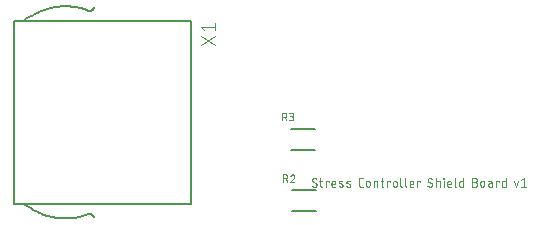
<source format=gbr>
G04 EAGLE Gerber X2 export*
%TF.Part,Single*%
%TF.FileFunction,Legend,Top,1*%
%TF.FilePolarity,Positive*%
%TF.GenerationSoftware,Autodesk,EAGLE,8.6.3*%
%TF.CreationDate,2019-03-24T10:24:13Z*%
G75*
%MOMM*%
%FSLAX34Y34*%
%LPD*%
%AMOC8*
5,1,8,0,0,1.08239X$1,22.5*%
G01*
%ADD10C,0.076200*%
%ADD11C,0.203200*%
%ADD12C,0.101600*%
%ADD13C,0.050800*%
%ADD14C,0.127000*%


D10*
X302836Y47573D02*
X302914Y47575D01*
X302992Y47580D01*
X303069Y47590D01*
X303146Y47603D01*
X303222Y47619D01*
X303297Y47639D01*
X303371Y47663D01*
X303444Y47690D01*
X303516Y47721D01*
X303586Y47755D01*
X303655Y47792D01*
X303721Y47833D01*
X303786Y47877D01*
X303848Y47923D01*
X303908Y47973D01*
X303966Y48025D01*
X304021Y48080D01*
X304073Y48138D01*
X304123Y48198D01*
X304169Y48260D01*
X304213Y48325D01*
X304254Y48392D01*
X304291Y48460D01*
X304325Y48530D01*
X304356Y48602D01*
X304383Y48675D01*
X304407Y48749D01*
X304427Y48824D01*
X304443Y48900D01*
X304456Y48977D01*
X304466Y49054D01*
X304471Y49132D01*
X304473Y49210D01*
X302836Y47573D02*
X302722Y47575D01*
X302609Y47580D01*
X302495Y47590D01*
X302382Y47603D01*
X302270Y47620D01*
X302158Y47640D01*
X302047Y47664D01*
X301936Y47692D01*
X301827Y47723D01*
X301719Y47758D01*
X301612Y47797D01*
X301506Y47839D01*
X301402Y47884D01*
X301299Y47933D01*
X301198Y47986D01*
X301099Y48041D01*
X301001Y48100D01*
X300906Y48162D01*
X300813Y48227D01*
X300721Y48295D01*
X300633Y48366D01*
X300546Y48440D01*
X300462Y48517D01*
X300381Y48596D01*
X300585Y53302D02*
X300587Y53380D01*
X300592Y53458D01*
X300602Y53535D01*
X300615Y53612D01*
X300631Y53688D01*
X300651Y53763D01*
X300675Y53837D01*
X300702Y53910D01*
X300733Y53982D01*
X300767Y54052D01*
X300804Y54121D01*
X300845Y54187D01*
X300889Y54252D01*
X300935Y54314D01*
X300985Y54374D01*
X301037Y54432D01*
X301092Y54487D01*
X301150Y54539D01*
X301210Y54589D01*
X301272Y54635D01*
X301337Y54679D01*
X301404Y54720D01*
X301472Y54757D01*
X301542Y54791D01*
X301614Y54822D01*
X301687Y54849D01*
X301761Y54873D01*
X301836Y54893D01*
X301912Y54909D01*
X301989Y54922D01*
X302066Y54932D01*
X302144Y54937D01*
X302222Y54939D01*
X302332Y54937D01*
X302441Y54931D01*
X302551Y54921D01*
X302659Y54908D01*
X302768Y54890D01*
X302875Y54869D01*
X302982Y54843D01*
X303088Y54814D01*
X303193Y54782D01*
X303296Y54745D01*
X303398Y54705D01*
X303499Y54661D01*
X303598Y54613D01*
X303695Y54563D01*
X303790Y54508D01*
X303883Y54450D01*
X303974Y54389D01*
X304063Y54325D01*
X301404Y51869D02*
X301337Y51911D01*
X301272Y51955D01*
X301210Y52003D01*
X301150Y52053D01*
X301092Y52106D01*
X301037Y52162D01*
X300985Y52221D01*
X300935Y52281D01*
X300888Y52345D01*
X300845Y52410D01*
X300804Y52477D01*
X300767Y52546D01*
X300733Y52617D01*
X300702Y52689D01*
X300675Y52763D01*
X300651Y52837D01*
X300631Y52913D01*
X300615Y52990D01*
X300602Y53067D01*
X300592Y53145D01*
X300587Y53224D01*
X300585Y53302D01*
X303655Y50642D02*
X303721Y50600D01*
X303786Y50556D01*
X303848Y50509D01*
X303908Y50458D01*
X303966Y50405D01*
X304021Y50349D01*
X304074Y50291D01*
X304123Y50230D01*
X304170Y50167D01*
X304213Y50102D01*
X304254Y50035D01*
X304291Y49966D01*
X304325Y49895D01*
X304356Y49823D01*
X304383Y49749D01*
X304407Y49674D01*
X304427Y49599D01*
X304443Y49522D01*
X304456Y49445D01*
X304466Y49367D01*
X304471Y49288D01*
X304473Y49210D01*
X303655Y50642D02*
X301404Y51870D01*
X306744Y52484D02*
X309199Y52484D01*
X307562Y54939D02*
X307562Y48801D01*
X307564Y48732D01*
X307570Y48664D01*
X307579Y48595D01*
X307593Y48528D01*
X307610Y48461D01*
X307631Y48395D01*
X307655Y48331D01*
X307684Y48268D01*
X307715Y48207D01*
X307750Y48148D01*
X307788Y48090D01*
X307830Y48035D01*
X307874Y47983D01*
X307922Y47933D01*
X307972Y47885D01*
X308024Y47841D01*
X308079Y47799D01*
X308137Y47761D01*
X308196Y47726D01*
X308257Y47695D01*
X308320Y47666D01*
X308384Y47642D01*
X308450Y47621D01*
X308517Y47604D01*
X308584Y47590D01*
X308653Y47581D01*
X308721Y47575D01*
X308790Y47573D01*
X309199Y47573D01*
X312297Y47573D02*
X312297Y52484D01*
X314752Y52484D01*
X314752Y51665D01*
X318355Y47573D02*
X320401Y47573D01*
X318355Y47573D02*
X318286Y47575D01*
X318218Y47581D01*
X318149Y47590D01*
X318082Y47604D01*
X318015Y47621D01*
X317949Y47642D01*
X317885Y47666D01*
X317822Y47695D01*
X317761Y47726D01*
X317702Y47761D01*
X317644Y47799D01*
X317589Y47841D01*
X317537Y47885D01*
X317487Y47933D01*
X317439Y47983D01*
X317395Y48035D01*
X317353Y48090D01*
X317315Y48148D01*
X317280Y48207D01*
X317249Y48268D01*
X317220Y48331D01*
X317196Y48395D01*
X317175Y48461D01*
X317158Y48528D01*
X317144Y48595D01*
X317135Y48664D01*
X317129Y48732D01*
X317127Y48801D01*
X317127Y50847D01*
X317129Y50926D01*
X317135Y51005D01*
X317144Y51084D01*
X317157Y51162D01*
X317175Y51239D01*
X317195Y51315D01*
X317220Y51390D01*
X317248Y51464D01*
X317279Y51537D01*
X317315Y51608D01*
X317353Y51677D01*
X317395Y51744D01*
X317440Y51809D01*
X317488Y51872D01*
X317539Y51933D01*
X317593Y51990D01*
X317649Y52046D01*
X317708Y52098D01*
X317770Y52148D01*
X317834Y52194D01*
X317900Y52238D01*
X317968Y52278D01*
X318038Y52314D01*
X318110Y52348D01*
X318184Y52378D01*
X318258Y52404D01*
X318334Y52427D01*
X318411Y52445D01*
X318488Y52461D01*
X318567Y52472D01*
X318645Y52480D01*
X318724Y52484D01*
X318804Y52484D01*
X318883Y52480D01*
X318961Y52472D01*
X319040Y52461D01*
X319117Y52445D01*
X319194Y52427D01*
X319270Y52404D01*
X319344Y52378D01*
X319418Y52348D01*
X319490Y52314D01*
X319560Y52278D01*
X319628Y52238D01*
X319694Y52194D01*
X319758Y52148D01*
X319820Y52098D01*
X319879Y52046D01*
X319935Y51990D01*
X319989Y51933D01*
X320040Y51872D01*
X320088Y51809D01*
X320133Y51744D01*
X320175Y51677D01*
X320213Y51608D01*
X320249Y51537D01*
X320280Y51464D01*
X320308Y51390D01*
X320333Y51315D01*
X320353Y51239D01*
X320371Y51162D01*
X320384Y51084D01*
X320393Y51005D01*
X320399Y50926D01*
X320401Y50847D01*
X320401Y50028D01*
X317127Y50028D01*
X324081Y50438D02*
X326127Y49619D01*
X324081Y50438D02*
X324022Y50463D01*
X323965Y50492D01*
X323910Y50525D01*
X323857Y50561D01*
X323806Y50599D01*
X323758Y50641D01*
X323712Y50686D01*
X323669Y50733D01*
X323629Y50783D01*
X323592Y50835D01*
X323558Y50890D01*
X323527Y50946D01*
X323500Y51004D01*
X323477Y51064D01*
X323457Y51124D01*
X323441Y51186D01*
X323428Y51249D01*
X323420Y51313D01*
X323415Y51376D01*
X323414Y51440D01*
X323417Y51504D01*
X323424Y51568D01*
X323435Y51631D01*
X323449Y51693D01*
X323467Y51755D01*
X323489Y51815D01*
X323514Y51874D01*
X323543Y51931D01*
X323576Y51986D01*
X323611Y52039D01*
X323650Y52090D01*
X323692Y52139D01*
X323736Y52185D01*
X323784Y52228D01*
X323833Y52268D01*
X323886Y52305D01*
X323940Y52339D01*
X323996Y52370D01*
X324054Y52397D01*
X324113Y52421D01*
X324174Y52440D01*
X324236Y52457D01*
X324299Y52469D01*
X324362Y52478D01*
X324426Y52483D01*
X324490Y52484D01*
X324626Y52480D01*
X324761Y52472D01*
X324897Y52460D01*
X325031Y52444D01*
X325166Y52424D01*
X325299Y52401D01*
X325432Y52373D01*
X325564Y52342D01*
X325695Y52307D01*
X325825Y52268D01*
X325954Y52225D01*
X326081Y52178D01*
X326207Y52128D01*
X326332Y52074D01*
X326127Y49619D02*
X326186Y49594D01*
X326243Y49565D01*
X326298Y49532D01*
X326351Y49496D01*
X326402Y49458D01*
X326450Y49416D01*
X326496Y49371D01*
X326539Y49324D01*
X326579Y49274D01*
X326616Y49222D01*
X326650Y49167D01*
X326681Y49111D01*
X326708Y49053D01*
X326731Y48993D01*
X326751Y48933D01*
X326767Y48871D01*
X326780Y48808D01*
X326788Y48744D01*
X326793Y48681D01*
X326794Y48617D01*
X326791Y48553D01*
X326784Y48489D01*
X326773Y48426D01*
X326759Y48364D01*
X326741Y48302D01*
X326719Y48242D01*
X326694Y48183D01*
X326665Y48126D01*
X326632Y48071D01*
X326597Y48018D01*
X326558Y47967D01*
X326516Y47918D01*
X326472Y47872D01*
X326424Y47829D01*
X326375Y47789D01*
X326322Y47752D01*
X326268Y47718D01*
X326212Y47687D01*
X326154Y47660D01*
X326095Y47636D01*
X326034Y47617D01*
X325972Y47600D01*
X325909Y47588D01*
X325846Y47579D01*
X325782Y47574D01*
X325718Y47573D01*
X325554Y47577D01*
X325390Y47585D01*
X325226Y47597D01*
X325063Y47613D01*
X324900Y47633D01*
X324737Y47656D01*
X324576Y47684D01*
X324414Y47715D01*
X324254Y47750D01*
X324095Y47789D01*
X323936Y47832D01*
X323779Y47878D01*
X323622Y47928D01*
X323467Y47982D01*
X330421Y50438D02*
X332467Y49619D01*
X330421Y50438D02*
X330362Y50463D01*
X330305Y50492D01*
X330250Y50525D01*
X330197Y50561D01*
X330146Y50599D01*
X330098Y50641D01*
X330052Y50686D01*
X330009Y50733D01*
X329969Y50783D01*
X329932Y50835D01*
X329898Y50890D01*
X329867Y50946D01*
X329840Y51004D01*
X329817Y51064D01*
X329797Y51124D01*
X329781Y51186D01*
X329768Y51249D01*
X329760Y51313D01*
X329755Y51376D01*
X329754Y51440D01*
X329757Y51504D01*
X329764Y51568D01*
X329775Y51631D01*
X329789Y51693D01*
X329807Y51755D01*
X329829Y51815D01*
X329854Y51874D01*
X329883Y51931D01*
X329916Y51986D01*
X329951Y52039D01*
X329990Y52090D01*
X330032Y52139D01*
X330076Y52185D01*
X330124Y52228D01*
X330173Y52268D01*
X330226Y52305D01*
X330280Y52339D01*
X330336Y52370D01*
X330394Y52397D01*
X330453Y52421D01*
X330514Y52440D01*
X330576Y52457D01*
X330639Y52469D01*
X330702Y52478D01*
X330766Y52483D01*
X330830Y52484D01*
X330966Y52480D01*
X331101Y52472D01*
X331237Y52460D01*
X331371Y52444D01*
X331506Y52424D01*
X331639Y52401D01*
X331772Y52373D01*
X331904Y52342D01*
X332035Y52307D01*
X332165Y52268D01*
X332294Y52225D01*
X332421Y52178D01*
X332547Y52128D01*
X332672Y52074D01*
X332467Y49619D02*
X332526Y49594D01*
X332583Y49565D01*
X332638Y49532D01*
X332691Y49496D01*
X332742Y49458D01*
X332790Y49416D01*
X332836Y49371D01*
X332879Y49324D01*
X332919Y49274D01*
X332956Y49222D01*
X332990Y49167D01*
X333021Y49111D01*
X333048Y49053D01*
X333071Y48993D01*
X333091Y48933D01*
X333107Y48871D01*
X333120Y48808D01*
X333128Y48744D01*
X333133Y48681D01*
X333134Y48617D01*
X333131Y48553D01*
X333124Y48489D01*
X333113Y48426D01*
X333099Y48364D01*
X333081Y48302D01*
X333059Y48242D01*
X333034Y48183D01*
X333005Y48126D01*
X332972Y48071D01*
X332937Y48018D01*
X332898Y47967D01*
X332856Y47918D01*
X332812Y47872D01*
X332764Y47829D01*
X332715Y47789D01*
X332662Y47752D01*
X332608Y47718D01*
X332552Y47687D01*
X332494Y47660D01*
X332435Y47636D01*
X332374Y47617D01*
X332312Y47600D01*
X332249Y47588D01*
X332186Y47579D01*
X332122Y47574D01*
X332058Y47573D01*
X331894Y47577D01*
X331730Y47585D01*
X331566Y47597D01*
X331403Y47613D01*
X331240Y47633D01*
X331077Y47656D01*
X330916Y47684D01*
X330754Y47715D01*
X330594Y47750D01*
X330435Y47789D01*
X330276Y47832D01*
X330119Y47878D01*
X329962Y47928D01*
X329807Y47982D01*
X341741Y47573D02*
X343377Y47573D01*
X341741Y47573D02*
X341663Y47575D01*
X341585Y47580D01*
X341508Y47590D01*
X341431Y47603D01*
X341355Y47619D01*
X341280Y47639D01*
X341206Y47663D01*
X341133Y47690D01*
X341061Y47721D01*
X340991Y47755D01*
X340923Y47792D01*
X340856Y47833D01*
X340791Y47877D01*
X340729Y47923D01*
X340669Y47973D01*
X340611Y48025D01*
X340556Y48080D01*
X340504Y48138D01*
X340454Y48198D01*
X340408Y48260D01*
X340364Y48325D01*
X340323Y48392D01*
X340286Y48460D01*
X340252Y48530D01*
X340221Y48602D01*
X340194Y48675D01*
X340170Y48749D01*
X340150Y48824D01*
X340134Y48900D01*
X340121Y48977D01*
X340111Y49054D01*
X340106Y49132D01*
X340104Y49210D01*
X340104Y53302D01*
X340106Y53382D01*
X340112Y53462D01*
X340122Y53542D01*
X340135Y53621D01*
X340153Y53700D01*
X340174Y53777D01*
X340200Y53853D01*
X340229Y53928D01*
X340261Y54002D01*
X340297Y54074D01*
X340337Y54144D01*
X340380Y54211D01*
X340426Y54277D01*
X340476Y54340D01*
X340528Y54401D01*
X340583Y54460D01*
X340642Y54515D01*
X340702Y54567D01*
X340766Y54617D01*
X340832Y54663D01*
X340899Y54706D01*
X340969Y54746D01*
X341041Y54782D01*
X341115Y54814D01*
X341189Y54843D01*
X341266Y54869D01*
X341343Y54890D01*
X341422Y54908D01*
X341501Y54921D01*
X341581Y54931D01*
X341661Y54937D01*
X341741Y54939D01*
X343377Y54939D01*
X346144Y50847D02*
X346144Y49210D01*
X346144Y50847D02*
X346146Y50926D01*
X346152Y51005D01*
X346161Y51084D01*
X346174Y51162D01*
X346192Y51239D01*
X346212Y51315D01*
X346237Y51390D01*
X346265Y51464D01*
X346296Y51537D01*
X346332Y51608D01*
X346370Y51677D01*
X346412Y51744D01*
X346457Y51809D01*
X346505Y51872D01*
X346556Y51933D01*
X346610Y51990D01*
X346666Y52046D01*
X346725Y52098D01*
X346787Y52148D01*
X346851Y52194D01*
X346917Y52238D01*
X346985Y52278D01*
X347055Y52314D01*
X347127Y52348D01*
X347201Y52378D01*
X347275Y52404D01*
X347351Y52427D01*
X347428Y52445D01*
X347505Y52461D01*
X347584Y52472D01*
X347662Y52480D01*
X347741Y52484D01*
X347821Y52484D01*
X347900Y52480D01*
X347978Y52472D01*
X348057Y52461D01*
X348134Y52445D01*
X348211Y52427D01*
X348287Y52404D01*
X348361Y52378D01*
X348435Y52348D01*
X348507Y52314D01*
X348577Y52278D01*
X348645Y52238D01*
X348711Y52194D01*
X348775Y52148D01*
X348837Y52098D01*
X348896Y52046D01*
X348952Y51990D01*
X349006Y51933D01*
X349057Y51872D01*
X349105Y51809D01*
X349150Y51744D01*
X349192Y51677D01*
X349230Y51608D01*
X349266Y51537D01*
X349297Y51464D01*
X349325Y51390D01*
X349350Y51315D01*
X349370Y51239D01*
X349388Y51162D01*
X349401Y51084D01*
X349410Y51005D01*
X349416Y50926D01*
X349418Y50847D01*
X349418Y49210D01*
X349416Y49131D01*
X349410Y49052D01*
X349401Y48973D01*
X349388Y48895D01*
X349370Y48818D01*
X349350Y48742D01*
X349325Y48667D01*
X349297Y48593D01*
X349266Y48520D01*
X349230Y48449D01*
X349192Y48380D01*
X349150Y48313D01*
X349105Y48248D01*
X349057Y48185D01*
X349006Y48124D01*
X348952Y48067D01*
X348896Y48011D01*
X348837Y47959D01*
X348775Y47909D01*
X348711Y47863D01*
X348645Y47819D01*
X348577Y47779D01*
X348507Y47743D01*
X348435Y47709D01*
X348361Y47679D01*
X348287Y47653D01*
X348211Y47630D01*
X348134Y47612D01*
X348057Y47596D01*
X347978Y47585D01*
X347900Y47577D01*
X347821Y47573D01*
X347741Y47573D01*
X347662Y47577D01*
X347584Y47585D01*
X347505Y47596D01*
X347428Y47612D01*
X347351Y47630D01*
X347275Y47653D01*
X347201Y47679D01*
X347127Y47709D01*
X347055Y47743D01*
X346985Y47779D01*
X346917Y47819D01*
X346851Y47863D01*
X346787Y47909D01*
X346725Y47959D01*
X346666Y48011D01*
X346610Y48067D01*
X346556Y48124D01*
X346505Y48185D01*
X346457Y48248D01*
X346412Y48313D01*
X346370Y48380D01*
X346332Y48449D01*
X346296Y48520D01*
X346265Y48593D01*
X346237Y48667D01*
X346212Y48742D01*
X346192Y48818D01*
X346174Y48895D01*
X346161Y48973D01*
X346152Y49052D01*
X346146Y49131D01*
X346144Y49210D01*
X352728Y47573D02*
X352728Y52484D01*
X354774Y52484D01*
X354843Y52482D01*
X354911Y52476D01*
X354980Y52467D01*
X355047Y52453D01*
X355114Y52436D01*
X355180Y52415D01*
X355244Y52391D01*
X355307Y52362D01*
X355368Y52331D01*
X355427Y52296D01*
X355485Y52258D01*
X355540Y52216D01*
X355592Y52172D01*
X355642Y52124D01*
X355690Y52074D01*
X355734Y52022D01*
X355776Y51967D01*
X355814Y51909D01*
X355849Y51850D01*
X355880Y51789D01*
X355909Y51726D01*
X355933Y51662D01*
X355954Y51596D01*
X355971Y51529D01*
X355985Y51462D01*
X355994Y51393D01*
X356000Y51325D01*
X356002Y51256D01*
X356002Y47573D01*
X358681Y52484D02*
X361137Y52484D01*
X359500Y54939D02*
X359500Y48801D01*
X359499Y48801D02*
X359501Y48732D01*
X359507Y48664D01*
X359516Y48595D01*
X359530Y48528D01*
X359547Y48461D01*
X359568Y48395D01*
X359592Y48331D01*
X359621Y48268D01*
X359652Y48207D01*
X359687Y48148D01*
X359725Y48090D01*
X359767Y48035D01*
X359811Y47983D01*
X359859Y47933D01*
X359909Y47885D01*
X359961Y47841D01*
X360016Y47799D01*
X360074Y47761D01*
X360133Y47726D01*
X360194Y47695D01*
X360257Y47666D01*
X360321Y47642D01*
X360387Y47621D01*
X360454Y47604D01*
X360521Y47590D01*
X360590Y47581D01*
X360658Y47575D01*
X360727Y47573D01*
X361137Y47573D01*
X364234Y47573D02*
X364234Y52484D01*
X366690Y52484D01*
X366690Y51665D01*
X369065Y50847D02*
X369065Y49210D01*
X369065Y50847D02*
X369067Y50926D01*
X369073Y51005D01*
X369082Y51084D01*
X369095Y51162D01*
X369113Y51239D01*
X369133Y51315D01*
X369158Y51390D01*
X369186Y51464D01*
X369217Y51537D01*
X369253Y51608D01*
X369291Y51677D01*
X369333Y51744D01*
X369378Y51809D01*
X369426Y51872D01*
X369477Y51933D01*
X369531Y51990D01*
X369587Y52046D01*
X369646Y52098D01*
X369708Y52148D01*
X369772Y52194D01*
X369838Y52238D01*
X369906Y52278D01*
X369976Y52314D01*
X370048Y52348D01*
X370122Y52378D01*
X370196Y52404D01*
X370272Y52427D01*
X370349Y52445D01*
X370426Y52461D01*
X370505Y52472D01*
X370583Y52480D01*
X370662Y52484D01*
X370742Y52484D01*
X370821Y52480D01*
X370899Y52472D01*
X370978Y52461D01*
X371055Y52445D01*
X371132Y52427D01*
X371208Y52404D01*
X371282Y52378D01*
X371356Y52348D01*
X371428Y52314D01*
X371498Y52278D01*
X371566Y52238D01*
X371632Y52194D01*
X371696Y52148D01*
X371758Y52098D01*
X371817Y52046D01*
X371873Y51990D01*
X371927Y51933D01*
X371978Y51872D01*
X372026Y51809D01*
X372071Y51744D01*
X372113Y51677D01*
X372151Y51608D01*
X372187Y51537D01*
X372218Y51464D01*
X372246Y51390D01*
X372271Y51315D01*
X372291Y51239D01*
X372309Y51162D01*
X372322Y51084D01*
X372331Y51005D01*
X372337Y50926D01*
X372339Y50847D01*
X372339Y49210D01*
X372337Y49131D01*
X372331Y49052D01*
X372322Y48973D01*
X372309Y48895D01*
X372291Y48818D01*
X372271Y48742D01*
X372246Y48667D01*
X372218Y48593D01*
X372187Y48520D01*
X372151Y48449D01*
X372113Y48380D01*
X372071Y48313D01*
X372026Y48248D01*
X371978Y48185D01*
X371927Y48124D01*
X371873Y48067D01*
X371817Y48011D01*
X371758Y47959D01*
X371696Y47909D01*
X371632Y47863D01*
X371566Y47819D01*
X371498Y47779D01*
X371428Y47743D01*
X371356Y47709D01*
X371282Y47679D01*
X371208Y47653D01*
X371132Y47630D01*
X371055Y47612D01*
X370978Y47596D01*
X370899Y47585D01*
X370821Y47577D01*
X370742Y47573D01*
X370662Y47573D01*
X370583Y47577D01*
X370505Y47585D01*
X370426Y47596D01*
X370349Y47612D01*
X370272Y47630D01*
X370196Y47653D01*
X370122Y47679D01*
X370048Y47709D01*
X369976Y47743D01*
X369906Y47779D01*
X369838Y47819D01*
X369772Y47863D01*
X369708Y47909D01*
X369646Y47959D01*
X369587Y48011D01*
X369531Y48067D01*
X369477Y48124D01*
X369426Y48185D01*
X369378Y48248D01*
X369333Y48313D01*
X369291Y48380D01*
X369253Y48449D01*
X369217Y48520D01*
X369186Y48593D01*
X369158Y48667D01*
X369133Y48742D01*
X369113Y48818D01*
X369095Y48895D01*
X369082Y48973D01*
X369073Y49052D01*
X369067Y49131D01*
X369065Y49210D01*
X375488Y48801D02*
X375488Y54939D01*
X375488Y48801D02*
X375490Y48732D01*
X375496Y48664D01*
X375505Y48595D01*
X375519Y48528D01*
X375536Y48461D01*
X375557Y48395D01*
X375581Y48331D01*
X375610Y48268D01*
X375641Y48207D01*
X375676Y48148D01*
X375714Y48090D01*
X375756Y48035D01*
X375800Y47983D01*
X375848Y47933D01*
X375898Y47885D01*
X375950Y47841D01*
X376005Y47799D01*
X376063Y47761D01*
X376122Y47726D01*
X376183Y47695D01*
X376246Y47666D01*
X376310Y47642D01*
X376376Y47621D01*
X376443Y47604D01*
X376510Y47590D01*
X376579Y47581D01*
X376647Y47575D01*
X376716Y47573D01*
X379389Y48801D02*
X379389Y54939D01*
X379389Y48801D02*
X379391Y48732D01*
X379397Y48664D01*
X379406Y48595D01*
X379420Y48528D01*
X379437Y48461D01*
X379458Y48395D01*
X379482Y48331D01*
X379511Y48268D01*
X379542Y48207D01*
X379577Y48148D01*
X379615Y48090D01*
X379657Y48035D01*
X379701Y47983D01*
X379749Y47933D01*
X379799Y47885D01*
X379851Y47841D01*
X379906Y47799D01*
X379964Y47761D01*
X380023Y47726D01*
X380084Y47695D01*
X380147Y47666D01*
X380211Y47642D01*
X380277Y47621D01*
X380344Y47604D01*
X380411Y47590D01*
X380480Y47581D01*
X380548Y47575D01*
X380617Y47573D01*
X384435Y47573D02*
X386481Y47573D01*
X384435Y47573D02*
X384366Y47575D01*
X384298Y47581D01*
X384229Y47590D01*
X384162Y47604D01*
X384095Y47621D01*
X384029Y47642D01*
X383965Y47666D01*
X383902Y47695D01*
X383841Y47726D01*
X383782Y47761D01*
X383724Y47799D01*
X383669Y47841D01*
X383617Y47885D01*
X383567Y47933D01*
X383519Y47983D01*
X383475Y48035D01*
X383433Y48090D01*
X383395Y48148D01*
X383360Y48207D01*
X383329Y48268D01*
X383300Y48331D01*
X383276Y48395D01*
X383255Y48461D01*
X383238Y48528D01*
X383224Y48595D01*
X383215Y48664D01*
X383209Y48732D01*
X383207Y48801D01*
X383208Y48801D02*
X383208Y50847D01*
X383210Y50926D01*
X383216Y51005D01*
X383225Y51084D01*
X383238Y51162D01*
X383256Y51239D01*
X383276Y51315D01*
X383301Y51390D01*
X383329Y51464D01*
X383360Y51537D01*
X383396Y51608D01*
X383434Y51677D01*
X383476Y51744D01*
X383521Y51809D01*
X383569Y51872D01*
X383620Y51933D01*
X383674Y51990D01*
X383730Y52046D01*
X383789Y52098D01*
X383851Y52148D01*
X383915Y52194D01*
X383981Y52238D01*
X384049Y52278D01*
X384119Y52314D01*
X384191Y52348D01*
X384265Y52378D01*
X384339Y52404D01*
X384415Y52427D01*
X384492Y52445D01*
X384569Y52461D01*
X384648Y52472D01*
X384726Y52480D01*
X384805Y52484D01*
X384885Y52484D01*
X384964Y52480D01*
X385042Y52472D01*
X385121Y52461D01*
X385198Y52445D01*
X385275Y52427D01*
X385351Y52404D01*
X385425Y52378D01*
X385499Y52348D01*
X385571Y52314D01*
X385641Y52278D01*
X385709Y52238D01*
X385775Y52194D01*
X385839Y52148D01*
X385901Y52098D01*
X385960Y52046D01*
X386016Y51990D01*
X386070Y51933D01*
X386121Y51872D01*
X386169Y51809D01*
X386214Y51744D01*
X386256Y51677D01*
X386294Y51608D01*
X386330Y51537D01*
X386361Y51464D01*
X386389Y51390D01*
X386414Y51315D01*
X386434Y51239D01*
X386452Y51162D01*
X386465Y51084D01*
X386474Y51005D01*
X386480Y50926D01*
X386482Y50847D01*
X386481Y50847D02*
X386481Y50028D01*
X383208Y50028D01*
X389837Y47573D02*
X389837Y52484D01*
X392293Y52484D01*
X392293Y51665D01*
X400859Y47573D02*
X400937Y47575D01*
X401015Y47580D01*
X401092Y47590D01*
X401169Y47603D01*
X401245Y47619D01*
X401320Y47639D01*
X401394Y47663D01*
X401467Y47690D01*
X401539Y47721D01*
X401609Y47755D01*
X401678Y47792D01*
X401744Y47833D01*
X401809Y47877D01*
X401871Y47923D01*
X401931Y47973D01*
X401989Y48025D01*
X402044Y48080D01*
X402096Y48138D01*
X402146Y48198D01*
X402192Y48260D01*
X402236Y48325D01*
X402277Y48392D01*
X402314Y48460D01*
X402348Y48530D01*
X402379Y48602D01*
X402406Y48675D01*
X402430Y48749D01*
X402450Y48824D01*
X402466Y48900D01*
X402479Y48977D01*
X402489Y49054D01*
X402494Y49132D01*
X402496Y49210D01*
X400859Y47573D02*
X400745Y47575D01*
X400632Y47580D01*
X400518Y47590D01*
X400405Y47603D01*
X400293Y47620D01*
X400181Y47640D01*
X400070Y47664D01*
X399959Y47692D01*
X399850Y47723D01*
X399742Y47758D01*
X399635Y47797D01*
X399529Y47839D01*
X399425Y47884D01*
X399322Y47933D01*
X399221Y47986D01*
X399122Y48041D01*
X399024Y48100D01*
X398929Y48162D01*
X398836Y48227D01*
X398744Y48295D01*
X398656Y48366D01*
X398569Y48440D01*
X398485Y48517D01*
X398404Y48596D01*
X398609Y53302D02*
X398611Y53380D01*
X398616Y53458D01*
X398626Y53535D01*
X398639Y53612D01*
X398655Y53688D01*
X398675Y53763D01*
X398699Y53837D01*
X398726Y53910D01*
X398757Y53982D01*
X398791Y54052D01*
X398828Y54121D01*
X398869Y54187D01*
X398913Y54252D01*
X398959Y54314D01*
X399009Y54374D01*
X399061Y54432D01*
X399116Y54487D01*
X399174Y54539D01*
X399234Y54589D01*
X399296Y54635D01*
X399361Y54679D01*
X399428Y54720D01*
X399496Y54757D01*
X399566Y54791D01*
X399638Y54822D01*
X399711Y54849D01*
X399785Y54873D01*
X399860Y54893D01*
X399936Y54909D01*
X400013Y54922D01*
X400090Y54932D01*
X400168Y54937D01*
X400246Y54939D01*
X400356Y54937D01*
X400465Y54931D01*
X400575Y54921D01*
X400683Y54908D01*
X400792Y54890D01*
X400899Y54869D01*
X401006Y54843D01*
X401112Y54814D01*
X401217Y54782D01*
X401320Y54745D01*
X401422Y54705D01*
X401523Y54661D01*
X401622Y54613D01*
X401719Y54563D01*
X401814Y54508D01*
X401907Y54450D01*
X401998Y54389D01*
X402087Y54325D01*
X399427Y51869D02*
X399360Y51911D01*
X399295Y51955D01*
X399233Y52003D01*
X399173Y52053D01*
X399115Y52106D01*
X399060Y52162D01*
X399008Y52221D01*
X398958Y52281D01*
X398911Y52345D01*
X398868Y52410D01*
X398827Y52477D01*
X398790Y52546D01*
X398756Y52617D01*
X398725Y52689D01*
X398698Y52763D01*
X398674Y52837D01*
X398654Y52913D01*
X398638Y52990D01*
X398625Y53067D01*
X398615Y53145D01*
X398610Y53224D01*
X398608Y53302D01*
X401678Y50642D02*
X401744Y50600D01*
X401809Y50556D01*
X401871Y50509D01*
X401931Y50458D01*
X401989Y50405D01*
X402044Y50349D01*
X402097Y50291D01*
X402146Y50230D01*
X402193Y50167D01*
X402236Y50102D01*
X402277Y50035D01*
X402314Y49966D01*
X402348Y49895D01*
X402379Y49823D01*
X402406Y49749D01*
X402430Y49674D01*
X402450Y49599D01*
X402466Y49522D01*
X402479Y49445D01*
X402489Y49367D01*
X402494Y49288D01*
X402496Y49210D01*
X401678Y50642D02*
X399427Y51870D01*
X405641Y54939D02*
X405641Y47573D01*
X405641Y52484D02*
X407687Y52484D01*
X407756Y52482D01*
X407824Y52476D01*
X407893Y52467D01*
X407960Y52453D01*
X408027Y52436D01*
X408093Y52415D01*
X408157Y52391D01*
X408220Y52362D01*
X408281Y52331D01*
X408340Y52296D01*
X408398Y52258D01*
X408453Y52216D01*
X408505Y52172D01*
X408555Y52124D01*
X408603Y52074D01*
X408647Y52022D01*
X408689Y51967D01*
X408727Y51909D01*
X408762Y51850D01*
X408793Y51789D01*
X408822Y51726D01*
X408846Y51662D01*
X408867Y51596D01*
X408884Y51529D01*
X408898Y51462D01*
X408907Y51393D01*
X408913Y51325D01*
X408915Y51256D01*
X408915Y47573D01*
X412155Y47573D02*
X412155Y52484D01*
X411950Y54530D02*
X411950Y54939D01*
X412359Y54939D01*
X412359Y54530D01*
X411950Y54530D01*
X416378Y47573D02*
X418424Y47573D01*
X416378Y47573D02*
X416309Y47575D01*
X416241Y47581D01*
X416172Y47590D01*
X416105Y47604D01*
X416038Y47621D01*
X415972Y47642D01*
X415908Y47666D01*
X415845Y47695D01*
X415784Y47726D01*
X415725Y47761D01*
X415667Y47799D01*
X415612Y47841D01*
X415560Y47885D01*
X415510Y47933D01*
X415462Y47983D01*
X415418Y48035D01*
X415376Y48090D01*
X415338Y48148D01*
X415303Y48207D01*
X415272Y48268D01*
X415243Y48331D01*
X415219Y48395D01*
X415198Y48461D01*
X415181Y48528D01*
X415167Y48595D01*
X415158Y48664D01*
X415152Y48732D01*
X415150Y48801D01*
X415151Y48801D02*
X415151Y50847D01*
X415150Y50847D02*
X415152Y50926D01*
X415158Y51005D01*
X415167Y51084D01*
X415180Y51162D01*
X415198Y51239D01*
X415218Y51315D01*
X415243Y51390D01*
X415271Y51464D01*
X415302Y51537D01*
X415338Y51608D01*
X415376Y51677D01*
X415418Y51744D01*
X415463Y51809D01*
X415511Y51872D01*
X415562Y51933D01*
X415616Y51990D01*
X415672Y52046D01*
X415731Y52098D01*
X415793Y52148D01*
X415857Y52194D01*
X415923Y52238D01*
X415991Y52278D01*
X416061Y52314D01*
X416133Y52348D01*
X416207Y52378D01*
X416281Y52404D01*
X416357Y52427D01*
X416434Y52445D01*
X416511Y52461D01*
X416590Y52472D01*
X416668Y52480D01*
X416747Y52484D01*
X416827Y52484D01*
X416906Y52480D01*
X416984Y52472D01*
X417063Y52461D01*
X417140Y52445D01*
X417217Y52427D01*
X417293Y52404D01*
X417367Y52378D01*
X417441Y52348D01*
X417513Y52314D01*
X417583Y52278D01*
X417651Y52238D01*
X417717Y52194D01*
X417781Y52148D01*
X417843Y52098D01*
X417902Y52046D01*
X417958Y51990D01*
X418012Y51933D01*
X418063Y51872D01*
X418111Y51809D01*
X418156Y51744D01*
X418198Y51677D01*
X418236Y51608D01*
X418272Y51537D01*
X418303Y51464D01*
X418331Y51390D01*
X418356Y51315D01*
X418376Y51239D01*
X418394Y51162D01*
X418407Y51084D01*
X418416Y51005D01*
X418422Y50926D01*
X418424Y50847D01*
X418424Y50028D01*
X415151Y50028D01*
X421573Y48801D02*
X421573Y54939D01*
X421573Y48801D02*
X421575Y48732D01*
X421581Y48664D01*
X421590Y48595D01*
X421604Y48528D01*
X421621Y48461D01*
X421642Y48395D01*
X421666Y48331D01*
X421695Y48268D01*
X421726Y48207D01*
X421761Y48148D01*
X421799Y48090D01*
X421841Y48035D01*
X421885Y47983D01*
X421933Y47933D01*
X421983Y47885D01*
X422035Y47841D01*
X422090Y47799D01*
X422148Y47761D01*
X422207Y47726D01*
X422268Y47695D01*
X422331Y47666D01*
X422395Y47642D01*
X422461Y47621D01*
X422528Y47604D01*
X422595Y47590D01*
X422664Y47581D01*
X422732Y47575D01*
X422801Y47573D01*
X428625Y47573D02*
X428625Y54939D01*
X428625Y47573D02*
X426579Y47573D01*
X426510Y47575D01*
X426442Y47581D01*
X426373Y47590D01*
X426306Y47604D01*
X426239Y47621D01*
X426173Y47642D01*
X426109Y47666D01*
X426046Y47695D01*
X425985Y47726D01*
X425926Y47761D01*
X425868Y47799D01*
X425813Y47841D01*
X425761Y47885D01*
X425711Y47933D01*
X425663Y47983D01*
X425619Y48035D01*
X425577Y48090D01*
X425539Y48148D01*
X425504Y48207D01*
X425473Y48268D01*
X425444Y48331D01*
X425420Y48395D01*
X425399Y48461D01*
X425382Y48528D01*
X425368Y48595D01*
X425359Y48664D01*
X425353Y48732D01*
X425351Y48801D01*
X425351Y51256D01*
X425353Y51325D01*
X425359Y51393D01*
X425368Y51462D01*
X425382Y51529D01*
X425399Y51596D01*
X425420Y51662D01*
X425444Y51726D01*
X425473Y51789D01*
X425504Y51850D01*
X425539Y51909D01*
X425577Y51967D01*
X425619Y52022D01*
X425663Y52074D01*
X425711Y52124D01*
X425761Y52172D01*
X425813Y52216D01*
X425868Y52258D01*
X425926Y52296D01*
X425985Y52331D01*
X426046Y52362D01*
X426109Y52391D01*
X426173Y52415D01*
X426239Y52436D01*
X426306Y52453D01*
X426373Y52467D01*
X426442Y52476D01*
X426510Y52482D01*
X426579Y52484D01*
X428625Y52484D01*
X436317Y51665D02*
X438363Y51665D01*
X438452Y51663D01*
X438541Y51657D01*
X438630Y51647D01*
X438718Y51634D01*
X438806Y51617D01*
X438893Y51595D01*
X438978Y51570D01*
X439063Y51542D01*
X439146Y51509D01*
X439228Y51473D01*
X439308Y51434D01*
X439386Y51391D01*
X439462Y51345D01*
X439537Y51295D01*
X439609Y51242D01*
X439678Y51186D01*
X439745Y51127D01*
X439810Y51066D01*
X439871Y51001D01*
X439930Y50934D01*
X439986Y50865D01*
X440039Y50793D01*
X440089Y50718D01*
X440135Y50642D01*
X440178Y50564D01*
X440217Y50484D01*
X440253Y50402D01*
X440286Y50319D01*
X440314Y50234D01*
X440339Y50149D01*
X440361Y50062D01*
X440378Y49974D01*
X440391Y49886D01*
X440401Y49797D01*
X440407Y49708D01*
X440409Y49619D01*
X440407Y49530D01*
X440401Y49441D01*
X440391Y49352D01*
X440378Y49264D01*
X440361Y49176D01*
X440339Y49089D01*
X440314Y49004D01*
X440286Y48919D01*
X440253Y48836D01*
X440217Y48754D01*
X440178Y48674D01*
X440135Y48596D01*
X440089Y48520D01*
X440039Y48445D01*
X439986Y48373D01*
X439930Y48304D01*
X439871Y48237D01*
X439810Y48172D01*
X439745Y48111D01*
X439678Y48052D01*
X439609Y47996D01*
X439537Y47943D01*
X439462Y47893D01*
X439386Y47847D01*
X439308Y47804D01*
X439228Y47765D01*
X439146Y47729D01*
X439063Y47696D01*
X438978Y47668D01*
X438893Y47643D01*
X438806Y47621D01*
X438718Y47604D01*
X438630Y47591D01*
X438541Y47581D01*
X438452Y47575D01*
X438363Y47573D01*
X436317Y47573D01*
X436317Y54939D01*
X438363Y54939D01*
X438442Y54937D01*
X438521Y54931D01*
X438600Y54922D01*
X438678Y54909D01*
X438755Y54891D01*
X438831Y54871D01*
X438906Y54846D01*
X438980Y54818D01*
X439053Y54787D01*
X439124Y54751D01*
X439193Y54713D01*
X439260Y54671D01*
X439325Y54626D01*
X439388Y54578D01*
X439449Y54527D01*
X439506Y54473D01*
X439562Y54417D01*
X439614Y54358D01*
X439664Y54296D01*
X439710Y54232D01*
X439754Y54166D01*
X439794Y54098D01*
X439830Y54028D01*
X439864Y53956D01*
X439894Y53882D01*
X439920Y53808D01*
X439943Y53732D01*
X439961Y53655D01*
X439977Y53578D01*
X439988Y53499D01*
X439996Y53421D01*
X440000Y53342D01*
X440000Y53262D01*
X439996Y53183D01*
X439988Y53105D01*
X439977Y53026D01*
X439961Y52949D01*
X439943Y52872D01*
X439920Y52796D01*
X439894Y52722D01*
X439864Y52648D01*
X439830Y52576D01*
X439794Y52506D01*
X439754Y52438D01*
X439710Y52372D01*
X439664Y52308D01*
X439614Y52246D01*
X439562Y52187D01*
X439506Y52131D01*
X439449Y52077D01*
X439388Y52026D01*
X439325Y51978D01*
X439260Y51933D01*
X439193Y51891D01*
X439124Y51853D01*
X439053Y51817D01*
X438980Y51786D01*
X438906Y51758D01*
X438831Y51733D01*
X438755Y51713D01*
X438678Y51695D01*
X438600Y51682D01*
X438521Y51673D01*
X438442Y51667D01*
X438363Y51665D01*
X443192Y50847D02*
X443192Y49210D01*
X443192Y50847D02*
X443194Y50926D01*
X443200Y51005D01*
X443209Y51084D01*
X443222Y51162D01*
X443240Y51239D01*
X443260Y51315D01*
X443285Y51390D01*
X443313Y51464D01*
X443344Y51537D01*
X443380Y51608D01*
X443418Y51677D01*
X443460Y51744D01*
X443505Y51809D01*
X443553Y51872D01*
X443604Y51933D01*
X443658Y51990D01*
X443714Y52046D01*
X443773Y52098D01*
X443835Y52148D01*
X443899Y52194D01*
X443965Y52238D01*
X444033Y52278D01*
X444103Y52314D01*
X444175Y52348D01*
X444249Y52378D01*
X444323Y52404D01*
X444399Y52427D01*
X444476Y52445D01*
X444553Y52461D01*
X444632Y52472D01*
X444710Y52480D01*
X444789Y52484D01*
X444869Y52484D01*
X444948Y52480D01*
X445026Y52472D01*
X445105Y52461D01*
X445182Y52445D01*
X445259Y52427D01*
X445335Y52404D01*
X445409Y52378D01*
X445483Y52348D01*
X445555Y52314D01*
X445625Y52278D01*
X445693Y52238D01*
X445759Y52194D01*
X445823Y52148D01*
X445885Y52098D01*
X445944Y52046D01*
X446000Y51990D01*
X446054Y51933D01*
X446105Y51872D01*
X446153Y51809D01*
X446198Y51744D01*
X446240Y51677D01*
X446278Y51608D01*
X446314Y51537D01*
X446345Y51464D01*
X446373Y51390D01*
X446398Y51315D01*
X446418Y51239D01*
X446436Y51162D01*
X446449Y51084D01*
X446458Y51005D01*
X446464Y50926D01*
X446466Y50847D01*
X446466Y49210D01*
X446464Y49131D01*
X446458Y49052D01*
X446449Y48973D01*
X446436Y48895D01*
X446418Y48818D01*
X446398Y48742D01*
X446373Y48667D01*
X446345Y48593D01*
X446314Y48520D01*
X446278Y48449D01*
X446240Y48380D01*
X446198Y48313D01*
X446153Y48248D01*
X446105Y48185D01*
X446054Y48124D01*
X446000Y48067D01*
X445944Y48011D01*
X445885Y47959D01*
X445823Y47909D01*
X445759Y47863D01*
X445693Y47819D01*
X445625Y47779D01*
X445555Y47743D01*
X445483Y47709D01*
X445409Y47679D01*
X445335Y47653D01*
X445259Y47630D01*
X445182Y47612D01*
X445105Y47596D01*
X445026Y47585D01*
X444948Y47577D01*
X444869Y47573D01*
X444789Y47573D01*
X444710Y47577D01*
X444632Y47585D01*
X444553Y47596D01*
X444476Y47612D01*
X444399Y47630D01*
X444323Y47653D01*
X444249Y47679D01*
X444175Y47709D01*
X444103Y47743D01*
X444033Y47779D01*
X443965Y47819D01*
X443899Y47863D01*
X443835Y47909D01*
X443773Y47959D01*
X443714Y48011D01*
X443658Y48067D01*
X443604Y48124D01*
X443553Y48185D01*
X443505Y48248D01*
X443460Y48313D01*
X443418Y48380D01*
X443380Y48449D01*
X443344Y48520D01*
X443313Y48593D01*
X443285Y48667D01*
X443260Y48742D01*
X443240Y48818D01*
X443222Y48895D01*
X443209Y48973D01*
X443200Y49052D01*
X443194Y49131D01*
X443192Y49210D01*
X450923Y50438D02*
X452765Y50438D01*
X450923Y50437D02*
X450848Y50435D01*
X450773Y50429D01*
X450699Y50419D01*
X450625Y50406D01*
X450552Y50388D01*
X450480Y50367D01*
X450410Y50342D01*
X450341Y50313D01*
X450273Y50281D01*
X450207Y50245D01*
X450143Y50206D01*
X450081Y50164D01*
X450022Y50118D01*
X449965Y50069D01*
X449910Y50018D01*
X449859Y49963D01*
X449810Y49906D01*
X449764Y49847D01*
X449722Y49785D01*
X449683Y49721D01*
X449647Y49655D01*
X449615Y49587D01*
X449586Y49518D01*
X449561Y49448D01*
X449540Y49376D01*
X449522Y49303D01*
X449509Y49229D01*
X449499Y49155D01*
X449493Y49080D01*
X449491Y49005D01*
X449493Y48930D01*
X449499Y48855D01*
X449509Y48781D01*
X449522Y48707D01*
X449540Y48634D01*
X449561Y48562D01*
X449586Y48492D01*
X449615Y48423D01*
X449647Y48355D01*
X449683Y48289D01*
X449722Y48225D01*
X449764Y48163D01*
X449810Y48104D01*
X449859Y48047D01*
X449910Y47992D01*
X449965Y47941D01*
X450022Y47892D01*
X450081Y47846D01*
X450143Y47804D01*
X450207Y47765D01*
X450273Y47729D01*
X450341Y47697D01*
X450410Y47668D01*
X450480Y47643D01*
X450552Y47622D01*
X450625Y47604D01*
X450699Y47591D01*
X450773Y47581D01*
X450848Y47575D01*
X450923Y47573D01*
X452765Y47573D01*
X452765Y51256D01*
X452763Y51325D01*
X452757Y51393D01*
X452748Y51462D01*
X452734Y51529D01*
X452717Y51596D01*
X452696Y51662D01*
X452672Y51726D01*
X452643Y51789D01*
X452612Y51850D01*
X452577Y51909D01*
X452539Y51967D01*
X452497Y52022D01*
X452453Y52074D01*
X452405Y52124D01*
X452355Y52172D01*
X452303Y52216D01*
X452248Y52258D01*
X452190Y52296D01*
X452131Y52331D01*
X452070Y52362D01*
X452007Y52391D01*
X451943Y52415D01*
X451877Y52436D01*
X451810Y52453D01*
X451743Y52467D01*
X451674Y52476D01*
X451606Y52482D01*
X451537Y52484D01*
X449900Y52484D01*
X456406Y52484D02*
X456406Y47573D01*
X456406Y52484D02*
X458861Y52484D01*
X458861Y51665D01*
X464469Y54939D02*
X464469Y47573D01*
X462423Y47573D01*
X462354Y47575D01*
X462286Y47581D01*
X462217Y47590D01*
X462150Y47604D01*
X462083Y47621D01*
X462017Y47642D01*
X461953Y47666D01*
X461890Y47695D01*
X461829Y47726D01*
X461770Y47761D01*
X461712Y47799D01*
X461657Y47841D01*
X461605Y47885D01*
X461555Y47933D01*
X461507Y47983D01*
X461463Y48035D01*
X461421Y48090D01*
X461383Y48148D01*
X461348Y48207D01*
X461317Y48268D01*
X461288Y48331D01*
X461264Y48395D01*
X461243Y48461D01*
X461226Y48528D01*
X461212Y48595D01*
X461203Y48664D01*
X461197Y48732D01*
X461195Y48801D01*
X461195Y51256D01*
X461197Y51325D01*
X461203Y51393D01*
X461212Y51462D01*
X461226Y51529D01*
X461243Y51596D01*
X461264Y51662D01*
X461288Y51726D01*
X461317Y51789D01*
X461348Y51850D01*
X461383Y51909D01*
X461421Y51967D01*
X461463Y52022D01*
X461507Y52074D01*
X461555Y52124D01*
X461605Y52172D01*
X461657Y52216D01*
X461712Y52258D01*
X461770Y52296D01*
X461829Y52331D01*
X461890Y52362D01*
X461953Y52391D01*
X462017Y52415D01*
X462083Y52436D01*
X462150Y52453D01*
X462217Y52467D01*
X462286Y52476D01*
X462354Y52482D01*
X462423Y52484D01*
X464469Y52484D01*
X471477Y52484D02*
X473114Y47573D01*
X474751Y52484D01*
X477652Y53302D02*
X479698Y54939D01*
X479698Y47573D01*
X477652Y47573D02*
X481744Y47573D01*
D11*
X48350Y32850D02*
X48350Y188350D01*
X198210Y188350D01*
X198210Y32850D02*
X48350Y32850D01*
X198210Y32850D02*
X198210Y188350D01*
D12*
X206736Y175619D02*
X218441Y167816D01*
X218441Y175619D02*
X206736Y167816D01*
X209337Y179915D02*
X206736Y183166D01*
X218441Y183166D01*
X218441Y179915D02*
X218441Y186417D01*
D11*
X62540Y191880D02*
X57460Y189340D01*
X62540Y191880D02*
X63664Y192579D01*
X64805Y193250D01*
X65962Y193894D01*
X67135Y194509D01*
X68322Y195095D01*
X69523Y195652D01*
X70737Y196180D01*
X71964Y196677D01*
X73202Y197145D01*
X74452Y197583D01*
X75712Y197989D01*
X76981Y198365D01*
X78259Y198710D01*
X79546Y199024D01*
X80839Y199306D01*
X82139Y199556D01*
X83445Y199775D01*
X84756Y199961D01*
X86070Y200116D01*
X87389Y200238D01*
X88709Y200329D01*
X90032Y200387D01*
X91356Y200413D01*
X92680Y200406D01*
X94003Y200367D01*
X95325Y200296D01*
X96645Y200193D01*
X97962Y200057D01*
X99275Y199890D01*
X100584Y199690D01*
X101887Y199459D01*
X103185Y199195D01*
X104475Y198901D01*
X105758Y198574D01*
X107033Y198217D01*
X108299Y197828D01*
X109555Y197409D01*
X110800Y196960D01*
X110799Y196960D02*
X110905Y196909D01*
X111013Y196862D01*
X111122Y196818D01*
X111233Y196778D01*
X111344Y196742D01*
X111457Y196709D01*
X111571Y196680D01*
X111686Y196655D01*
X111802Y196634D01*
X111918Y196616D01*
X112035Y196603D01*
X112152Y196593D01*
X112269Y196587D01*
X112387Y196585D01*
X112505Y196587D01*
X112622Y196593D01*
X112739Y196603D01*
X112856Y196616D01*
X112972Y196634D01*
X113088Y196655D01*
X113203Y196680D01*
X113317Y196709D01*
X113430Y196742D01*
X113541Y196778D01*
X113652Y196818D01*
X113761Y196862D01*
X113869Y196909D01*
X113975Y196960D01*
X114079Y197014D01*
X114181Y197072D01*
X114282Y197133D01*
X114380Y197197D01*
X114476Y197265D01*
X114570Y197336D01*
X114662Y197409D01*
X114751Y197486D01*
X114837Y197566D01*
X114921Y197649D01*
X115002Y197734D01*
X115080Y197822D01*
X115155Y197912D01*
X115227Y198005D01*
X115296Y198100D01*
X115362Y198198D01*
X115424Y198297D01*
X115483Y198399D01*
X115539Y198502D01*
X115592Y198608D01*
X115640Y198714D01*
X115686Y198823D01*
X115727Y198933D01*
X115765Y199044D01*
X115800Y199157D01*
X115830Y199270D01*
X115857Y199385D01*
X115880Y199500D01*
X57460Y31860D02*
X62540Y29320D01*
X63664Y28621D01*
X64805Y27950D01*
X65962Y27306D01*
X67135Y26691D01*
X68322Y26105D01*
X69523Y25548D01*
X70737Y25020D01*
X71964Y24523D01*
X73202Y24055D01*
X74452Y23617D01*
X75712Y23211D01*
X76981Y22835D01*
X78259Y22490D01*
X79546Y22176D01*
X80839Y21894D01*
X82139Y21644D01*
X83445Y21425D01*
X84756Y21239D01*
X86070Y21084D01*
X87389Y20962D01*
X88709Y20871D01*
X90032Y20813D01*
X91356Y20787D01*
X92680Y20794D01*
X94003Y20833D01*
X95325Y20904D01*
X96645Y21007D01*
X97962Y21143D01*
X99275Y21310D01*
X100584Y21510D01*
X101887Y21741D01*
X103185Y22005D01*
X104475Y22299D01*
X105758Y22626D01*
X107033Y22983D01*
X108299Y23372D01*
X109555Y23791D01*
X110800Y24240D01*
X110799Y24240D02*
X110905Y24291D01*
X111013Y24338D01*
X111122Y24382D01*
X111233Y24422D01*
X111344Y24458D01*
X111457Y24491D01*
X111571Y24520D01*
X111686Y24545D01*
X111802Y24566D01*
X111918Y24584D01*
X112035Y24597D01*
X112152Y24607D01*
X112269Y24613D01*
X112387Y24615D01*
X112505Y24613D01*
X112622Y24607D01*
X112739Y24597D01*
X112856Y24584D01*
X112972Y24566D01*
X113088Y24545D01*
X113203Y24520D01*
X113317Y24491D01*
X113430Y24458D01*
X113541Y24422D01*
X113652Y24382D01*
X113761Y24338D01*
X113869Y24291D01*
X113975Y24240D01*
X114079Y24186D01*
X114181Y24128D01*
X114282Y24067D01*
X114380Y24003D01*
X114476Y23935D01*
X114570Y23864D01*
X114662Y23791D01*
X114751Y23714D01*
X114837Y23634D01*
X114921Y23551D01*
X115002Y23466D01*
X115080Y23378D01*
X115155Y23288D01*
X115227Y23195D01*
X115296Y23100D01*
X115362Y23002D01*
X115424Y22903D01*
X115483Y22801D01*
X115539Y22698D01*
X115592Y22592D01*
X115640Y22486D01*
X115686Y22377D01*
X115727Y22267D01*
X115765Y22156D01*
X115800Y22043D01*
X115830Y21930D01*
X115857Y21815D01*
X115880Y21700D01*
D13*
X276393Y51930D02*
X276393Y58080D01*
X278101Y58080D01*
X278101Y58079D02*
X278182Y58077D01*
X278263Y58071D01*
X278344Y58062D01*
X278424Y58048D01*
X278504Y58031D01*
X278582Y58010D01*
X278660Y57985D01*
X278736Y57957D01*
X278811Y57925D01*
X278884Y57889D01*
X278955Y57850D01*
X279024Y57808D01*
X279092Y57762D01*
X279157Y57714D01*
X279220Y57662D01*
X279280Y57607D01*
X279337Y57550D01*
X279392Y57490D01*
X279444Y57427D01*
X279492Y57362D01*
X279538Y57294D01*
X279580Y57225D01*
X279619Y57154D01*
X279655Y57081D01*
X279687Y57006D01*
X279715Y56930D01*
X279740Y56852D01*
X279761Y56774D01*
X279778Y56694D01*
X279792Y56614D01*
X279801Y56533D01*
X279807Y56452D01*
X279809Y56371D01*
X279807Y56290D01*
X279801Y56209D01*
X279792Y56128D01*
X279778Y56048D01*
X279761Y55968D01*
X279740Y55890D01*
X279715Y55812D01*
X279687Y55736D01*
X279655Y55661D01*
X279619Y55588D01*
X279580Y55517D01*
X279538Y55448D01*
X279492Y55380D01*
X279444Y55315D01*
X279392Y55252D01*
X279337Y55192D01*
X279280Y55135D01*
X279220Y55080D01*
X279157Y55028D01*
X279092Y54980D01*
X279024Y54934D01*
X278955Y54892D01*
X278884Y54853D01*
X278811Y54817D01*
X278736Y54785D01*
X278660Y54757D01*
X278582Y54732D01*
X278504Y54711D01*
X278424Y54694D01*
X278344Y54680D01*
X278263Y54671D01*
X278182Y54665D01*
X278101Y54663D01*
X276393Y54663D01*
X278443Y54663D02*
X279809Y51930D01*
X285764Y56542D02*
X285762Y56617D01*
X285757Y56693D01*
X285747Y56768D01*
X285734Y56842D01*
X285718Y56916D01*
X285698Y56988D01*
X285674Y57060D01*
X285647Y57131D01*
X285616Y57200D01*
X285582Y57267D01*
X285545Y57333D01*
X285505Y57396D01*
X285461Y57458D01*
X285415Y57518D01*
X285366Y57575D01*
X285314Y57630D01*
X285259Y57682D01*
X285202Y57731D01*
X285142Y57777D01*
X285080Y57821D01*
X285017Y57861D01*
X284951Y57898D01*
X284884Y57932D01*
X284815Y57963D01*
X284744Y57990D01*
X284672Y58014D01*
X284600Y58034D01*
X284526Y58050D01*
X284452Y58063D01*
X284377Y58073D01*
X284301Y58078D01*
X284226Y58080D01*
X284226Y58079D02*
X284140Y58077D01*
X284055Y58072D01*
X283970Y58062D01*
X283885Y58049D01*
X283801Y58033D01*
X283718Y58013D01*
X283636Y57989D01*
X283554Y57961D01*
X283475Y57930D01*
X283396Y57896D01*
X283319Y57859D01*
X283244Y57818D01*
X283171Y57773D01*
X283099Y57726D01*
X283030Y57676D01*
X282963Y57622D01*
X282898Y57566D01*
X282836Y57507D01*
X282777Y57446D01*
X282720Y57382D01*
X282666Y57315D01*
X282615Y57246D01*
X282567Y57175D01*
X282522Y57102D01*
X282480Y57028D01*
X282442Y56951D01*
X282407Y56873D01*
X282375Y56793D01*
X282347Y56713D01*
X285252Y55346D02*
X285307Y55402D01*
X285360Y55460D01*
X285410Y55521D01*
X285457Y55584D01*
X285502Y55649D01*
X285542Y55716D01*
X285580Y55785D01*
X285615Y55856D01*
X285646Y55928D01*
X285673Y56002D01*
X285697Y56077D01*
X285717Y56152D01*
X285734Y56229D01*
X285747Y56307D01*
X285757Y56385D01*
X285762Y56463D01*
X285764Y56542D01*
X285251Y55346D02*
X282347Y51930D01*
X285764Y51930D01*
D14*
X284000Y44900D02*
X304000Y44900D01*
X304000Y27100D02*
X284000Y27100D01*
D13*
X275393Y103930D02*
X275393Y110080D01*
X277101Y110080D01*
X277101Y110079D02*
X277182Y110077D01*
X277263Y110071D01*
X277344Y110062D01*
X277424Y110048D01*
X277504Y110031D01*
X277582Y110010D01*
X277660Y109985D01*
X277736Y109957D01*
X277811Y109925D01*
X277884Y109889D01*
X277955Y109850D01*
X278024Y109808D01*
X278092Y109762D01*
X278157Y109714D01*
X278220Y109662D01*
X278280Y109607D01*
X278337Y109550D01*
X278392Y109490D01*
X278444Y109427D01*
X278492Y109362D01*
X278538Y109294D01*
X278580Y109225D01*
X278619Y109154D01*
X278655Y109081D01*
X278687Y109006D01*
X278715Y108930D01*
X278740Y108852D01*
X278761Y108774D01*
X278778Y108694D01*
X278792Y108614D01*
X278801Y108533D01*
X278807Y108452D01*
X278809Y108371D01*
X278807Y108290D01*
X278801Y108209D01*
X278792Y108128D01*
X278778Y108048D01*
X278761Y107968D01*
X278740Y107890D01*
X278715Y107812D01*
X278687Y107736D01*
X278655Y107661D01*
X278619Y107588D01*
X278580Y107517D01*
X278538Y107448D01*
X278492Y107380D01*
X278444Y107315D01*
X278392Y107252D01*
X278337Y107192D01*
X278280Y107135D01*
X278220Y107080D01*
X278157Y107028D01*
X278092Y106980D01*
X278024Y106934D01*
X277955Y106892D01*
X277884Y106853D01*
X277811Y106817D01*
X277736Y106785D01*
X277660Y106757D01*
X277582Y106732D01*
X277504Y106711D01*
X277424Y106694D01*
X277344Y106680D01*
X277263Y106671D01*
X277182Y106665D01*
X277101Y106663D01*
X275393Y106663D01*
X277443Y106663D02*
X278809Y103930D01*
X281347Y103930D02*
X283056Y103930D01*
X283137Y103932D01*
X283218Y103938D01*
X283299Y103947D01*
X283379Y103961D01*
X283459Y103978D01*
X283537Y103999D01*
X283615Y104024D01*
X283691Y104052D01*
X283766Y104084D01*
X283839Y104120D01*
X283910Y104159D01*
X283979Y104201D01*
X284047Y104247D01*
X284112Y104295D01*
X284175Y104347D01*
X284235Y104402D01*
X284292Y104459D01*
X284347Y104519D01*
X284399Y104582D01*
X284447Y104647D01*
X284493Y104715D01*
X284535Y104784D01*
X284574Y104855D01*
X284610Y104928D01*
X284642Y105003D01*
X284670Y105079D01*
X284695Y105157D01*
X284716Y105235D01*
X284733Y105315D01*
X284747Y105395D01*
X284756Y105476D01*
X284762Y105557D01*
X284764Y105638D01*
X284762Y105719D01*
X284756Y105800D01*
X284747Y105881D01*
X284733Y105961D01*
X284716Y106041D01*
X284695Y106119D01*
X284670Y106197D01*
X284642Y106273D01*
X284610Y106348D01*
X284574Y106421D01*
X284535Y106492D01*
X284493Y106561D01*
X284447Y106629D01*
X284399Y106694D01*
X284347Y106757D01*
X284292Y106817D01*
X284235Y106874D01*
X284175Y106929D01*
X284112Y106981D01*
X284047Y107029D01*
X283979Y107075D01*
X283910Y107117D01*
X283839Y107156D01*
X283766Y107192D01*
X283691Y107224D01*
X283615Y107252D01*
X283537Y107277D01*
X283459Y107298D01*
X283379Y107315D01*
X283299Y107329D01*
X283218Y107338D01*
X283137Y107344D01*
X283056Y107346D01*
X283397Y110080D02*
X281347Y110080D01*
X283397Y110080D02*
X283470Y110078D01*
X283542Y110072D01*
X283614Y110063D01*
X283686Y110049D01*
X283757Y110032D01*
X283826Y110011D01*
X283895Y109986D01*
X283962Y109958D01*
X284027Y109926D01*
X284091Y109891D01*
X284153Y109852D01*
X284212Y109810D01*
X284269Y109765D01*
X284324Y109717D01*
X284376Y109667D01*
X284426Y109613D01*
X284472Y109557D01*
X284516Y109499D01*
X284556Y109438D01*
X284593Y109375D01*
X284626Y109311D01*
X284656Y109245D01*
X284683Y109177D01*
X284706Y109108D01*
X284725Y109037D01*
X284740Y108966D01*
X284752Y108894D01*
X284760Y108822D01*
X284764Y108749D01*
X284764Y108677D01*
X284760Y108604D01*
X284752Y108532D01*
X284740Y108460D01*
X284725Y108389D01*
X284706Y108318D01*
X284683Y108249D01*
X284656Y108181D01*
X284626Y108115D01*
X284593Y108051D01*
X284556Y107988D01*
X284516Y107927D01*
X284472Y107869D01*
X284426Y107813D01*
X284376Y107759D01*
X284324Y107709D01*
X284269Y107661D01*
X284212Y107616D01*
X284153Y107574D01*
X284091Y107535D01*
X284027Y107500D01*
X283962Y107468D01*
X283895Y107440D01*
X283826Y107415D01*
X283757Y107394D01*
X283686Y107377D01*
X283614Y107363D01*
X283542Y107354D01*
X283470Y107348D01*
X283397Y107346D01*
X282031Y107346D01*
D14*
X283000Y96900D02*
X303000Y96900D01*
X303000Y79100D02*
X283000Y79100D01*
M02*

</source>
